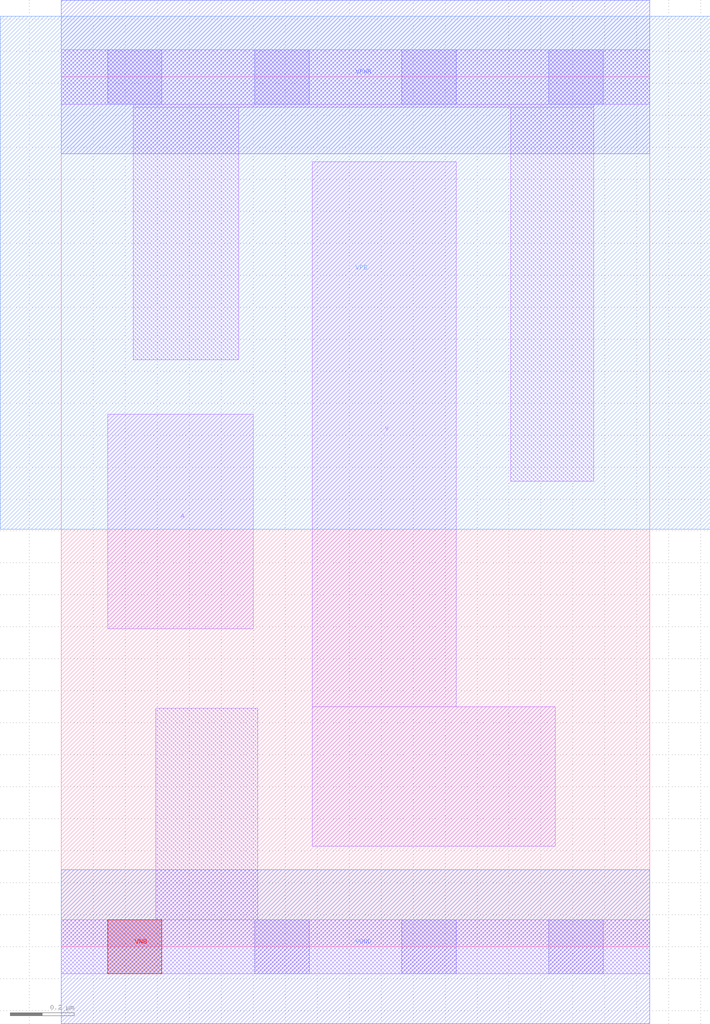
<source format=lef>
# Copyright 2020 The SkyWater PDK Authors
#
# Licensed under the Apache License, Version 2.0 (the "License");
# you may not use this file except in compliance with the License.
# You may obtain a copy of the License at
#
#     https://www.apache.org/licenses/LICENSE-2.0
#
# Unless required by applicable law or agreed to in writing, software
# distributed under the License is distributed on an "AS IS" BASIS,
# WITHOUT WARRANTIES OR CONDITIONS OF ANY KIND, either express or implied.
# See the License for the specific language governing permissions and
# limitations under the License.
#
# SPDX-License-Identifier: Apache-2.0

VERSION 5.7 ;
  NOWIREEXTENSIONATPIN ON ;
  DIVIDERCHAR "/" ;
  BUSBITCHARS "[]" ;
PROPERTYDEFINITIONS
  MACRO maskLayoutSubType STRING ;
  MACRO prCellType STRING ;
  MACRO originalViewName STRING ;
END PROPERTYDEFINITIONS
MACRO sky130_fd_sc_hdll__clkinvlp_2
  CLASS CORE ;
  FOREIGN sky130_fd_sc_hdll__clkinvlp_2 ;
  ORIGIN  0.000000  0.000000 ;
  SIZE  1.840000 BY  2.720000 ;
  SYMMETRY X Y R90 ;
  SITE unithd ;
  PIN A
    ANTENNAGATEAREA  0.665000 ;
    DIRECTION INPUT ;
    USE SIGNAL ;
    PORT
      LAYER li1 ;
        RECT 0.145000 0.995000 0.600000 1.665000 ;
    END
  END A
  PIN VNB
    PORT
      LAYER pwell ;
        RECT 0.145000 -0.085000 0.315000 0.085000 ;
    END
  END VNB
  PIN VPB
    PORT
      LAYER nwell ;
        RECT -0.190000 1.305000 2.030000 2.910000 ;
    END
  END VPB
  PIN Y
    ANTENNADIFFAREA  0.436750 ;
    DIRECTION OUTPUT ;
    USE SIGNAL ;
    PORT
      LAYER li1 ;
        RECT 0.785000 0.315000 1.545000 0.750000 ;
        RECT 0.785000 0.750000 1.235000 2.455000 ;
    END
  END Y
  PIN VGND
    DIRECTION INOUT ;
    USE GROUND ;
    PORT
      LAYER met1 ;
        RECT 0.000000 -0.240000 1.840000 0.240000 ;
    END
  END VGND
  PIN VPWR
    DIRECTION INOUT ;
    USE POWER ;
    PORT
      LAYER met1 ;
        RECT 0.000000 2.480000 1.840000 2.960000 ;
    END
  END VPWR
  OBS
    LAYER li1 ;
      RECT 0.000000 -0.085000 1.840000 0.085000 ;
      RECT 0.000000  2.635000 1.840000 2.805000 ;
      RECT 0.225000  1.835000 0.555000 2.625000 ;
      RECT 0.225000  2.625000 1.665000 2.635000 ;
      RECT 0.295000  0.085000 0.615000 0.745000 ;
      RECT 1.405000  1.455000 1.665000 2.625000 ;
    LAYER mcon ;
      RECT 0.145000 -0.085000 0.315000 0.085000 ;
      RECT 0.145000  2.635000 0.315000 2.805000 ;
      RECT 0.605000 -0.085000 0.775000 0.085000 ;
      RECT 0.605000  2.635000 0.775000 2.805000 ;
      RECT 1.065000 -0.085000 1.235000 0.085000 ;
      RECT 1.065000  2.635000 1.235000 2.805000 ;
      RECT 1.525000 -0.085000 1.695000 0.085000 ;
      RECT 1.525000  2.635000 1.695000 2.805000 ;
  END
  PROPERTY maskLayoutSubType "abstract" ;
  PROPERTY prCellType "standard" ;
  PROPERTY originalViewName "layout" ;
END sky130_fd_sc_hdll__clkinvlp_2
END LIBRARY

</source>
